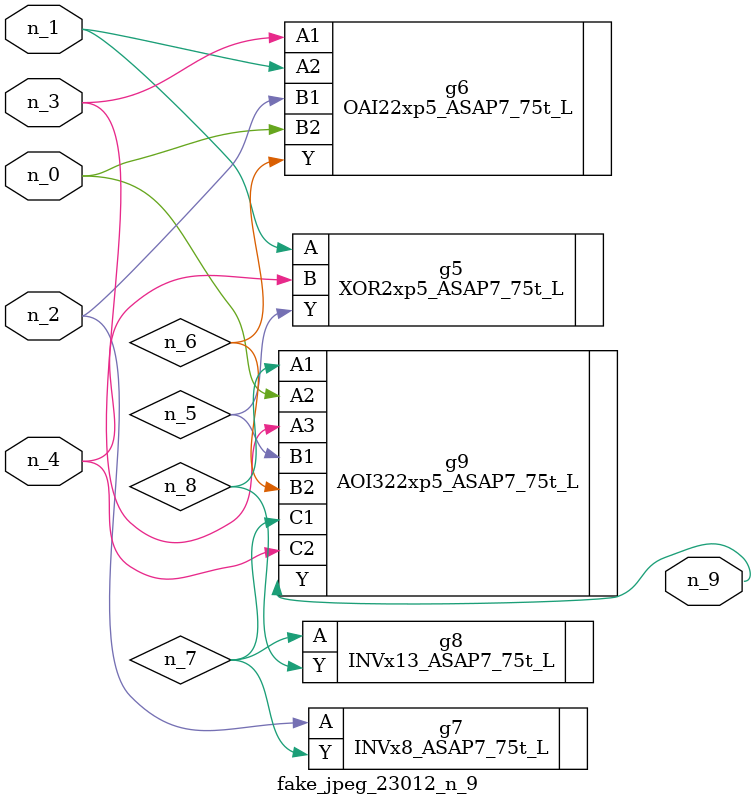
<source format=v>
module fake_jpeg_23012_n_9 (n_3, n_2, n_1, n_0, n_4, n_9);

input n_3;
input n_2;
input n_1;
input n_0;
input n_4;

output n_9;

wire n_8;
wire n_6;
wire n_5;
wire n_7;

XOR2xp5_ASAP7_75t_L g5 ( 
.A(n_1),
.B(n_4),
.Y(n_5)
);

OAI22xp5_ASAP7_75t_L g6 ( 
.A1(n_3),
.A2(n_1),
.B1(n_2),
.B2(n_0),
.Y(n_6)
);

INVx8_ASAP7_75t_L g7 ( 
.A(n_2),
.Y(n_7)
);

INVx13_ASAP7_75t_L g8 ( 
.A(n_7),
.Y(n_8)
);

AOI322xp5_ASAP7_75t_L g9 ( 
.A1(n_8),
.A2(n_0),
.A3(n_3),
.B1(n_5),
.B2(n_6),
.C1(n_7),
.C2(n_4),
.Y(n_9)
);


endmodule
</source>
